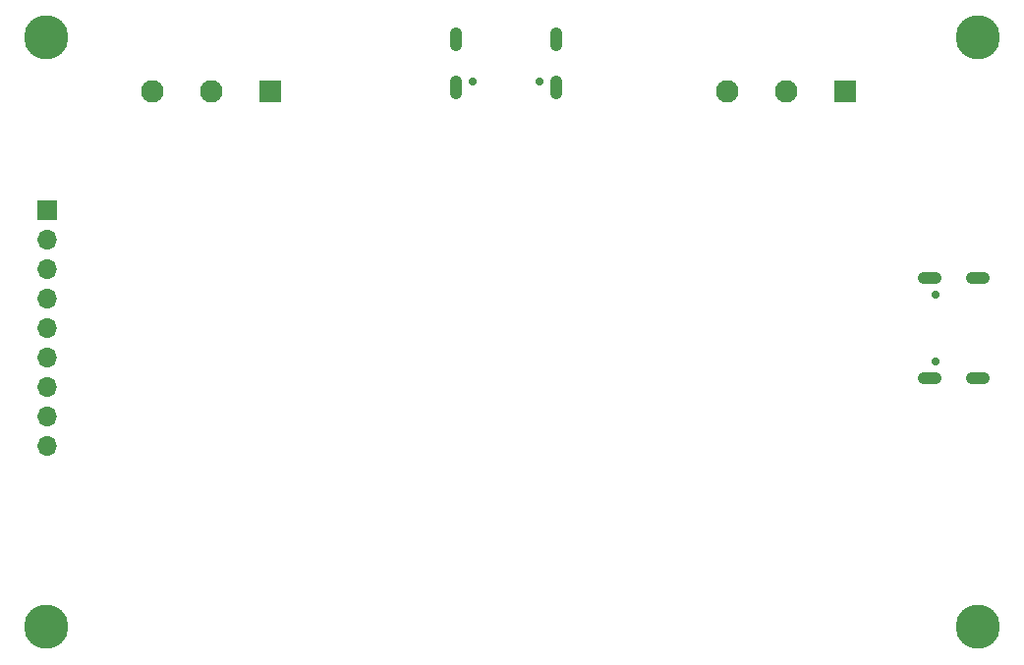
<source format=gbs>
%TF.GenerationSoftware,KiCad,Pcbnew,(6.0.1)*%
%TF.CreationDate,2022-03-17T17:30:18+01:00*%
%TF.ProjectId,Control,436f6e74-726f-46c2-9e6b-696361645f70,v01*%
%TF.SameCoordinates,Original*%
%TF.FileFunction,Soldermask,Bot*%
%TF.FilePolarity,Negative*%
%FSLAX46Y46*%
G04 Gerber Fmt 4.6, Leading zero omitted, Abs format (unit mm)*
G04 Created by KiCad (PCBNEW (6.0.1)) date 2022-03-17 17:30:18*
%MOMM*%
%LPD*%
G01*
G04 APERTURE LIST*
%ADD10C,0.700000*%
%ADD11O,2.100000X1.050000*%
%ADD12O,1.050000X2.100000*%
%ADD13R,1.950000X1.950000*%
%ADD14C,1.950000*%
%ADD15C,3.800000*%
%ADD16R,1.700000X1.700000*%
%ADD17O,1.700000X1.700000*%
G04 APERTURE END LIST*
D10*
%TO.C,J7*%
X184310000Y-104617000D03*
X184310000Y-98837000D03*
D11*
X183780000Y-106047000D03*
X183780000Y-97407000D03*
X187960000Y-106047000D03*
X187960000Y-97407000D03*
%TD*%
D10*
%TO.C,J8*%
X144430000Y-80485000D03*
X150210000Y-80485000D03*
D12*
X151640000Y-81015000D03*
X143000000Y-81015000D03*
X151640000Y-76835000D03*
X143000000Y-76835000D03*
%TD*%
D13*
%TO.C,J2*%
X127000000Y-81325500D03*
D14*
X121920000Y-81325500D03*
X116840000Y-81325500D03*
%TD*%
D13*
%TO.C,J1*%
X176530000Y-81325500D03*
D14*
X171450000Y-81325500D03*
X166370000Y-81325500D03*
%TD*%
D15*
%TO.C,*%
X107696000Y-127508000D03*
%TD*%
D16*
%TO.C,J3*%
X107721000Y-91577000D03*
D17*
X107721000Y-94117000D03*
X107721000Y-96657000D03*
X107721000Y-99197000D03*
X107721000Y-101737000D03*
X107721000Y-104277000D03*
X107721000Y-106817000D03*
X107721000Y-109357000D03*
X107721000Y-111897000D03*
%TD*%
D15*
%TO.C,*%
X187960000Y-76708000D03*
%TD*%
%TO.C,REF\u002A\u002A*%
X107696000Y-76708000D03*
%TD*%
%TO.C,*%
X187960000Y-127508000D03*
%TD*%
M02*

</source>
